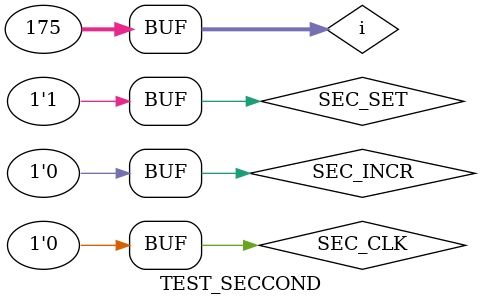
<source format=v>
`timescale 1ns / 1ps
`include "SECOND_CONTROL.v"

module TEST_SECCOND;

	// Inputs
	reg SEC_CLK;
	reg SEC_INCR;
	reg SEC_SET;

	// Outputs
	wire CARRY;
	wire [7:0] SECOND;
	integer i;
	// Instantiate the Unit Under Test (UUT)
	SECOND_CONTROL uut (
		.SEC_CLK(SEC_CLK), 
		.SEC_INCR(SEC_INCR), 
		.SEC_SET(SEC_SET), 
		.CARRY(CARRY), 
		.SECOND(SECOND)
	);

	initial begin
		// Initialize Inputs
		SEC_CLK = 0;SEC_INCR = 0;SEC_SET = 0;
		SEC_SET = 0;
		for( i = 0; i < 175; i=i+1) begin
			#5 SEC_CLK = ~SEC_CLK; #5 SEC_INCR = ~SEC_INCR;
			#5 SEC_CLK = ~SEC_CLK; #5 SEC_INCR = ~SEC_INCR;
		end			
		SEC_SET = 1;
		for( i = 0; i < 175; i=i+1) begin
			#5 SEC_CLK = ~SEC_CLK; #5 SEC_INCR = ~SEC_INCR;
			#5 SEC_CLK = ~SEC_CLK; #5 SEC_INCR = ~SEC_INCR;
		end			
	end
      
endmodule


</source>
